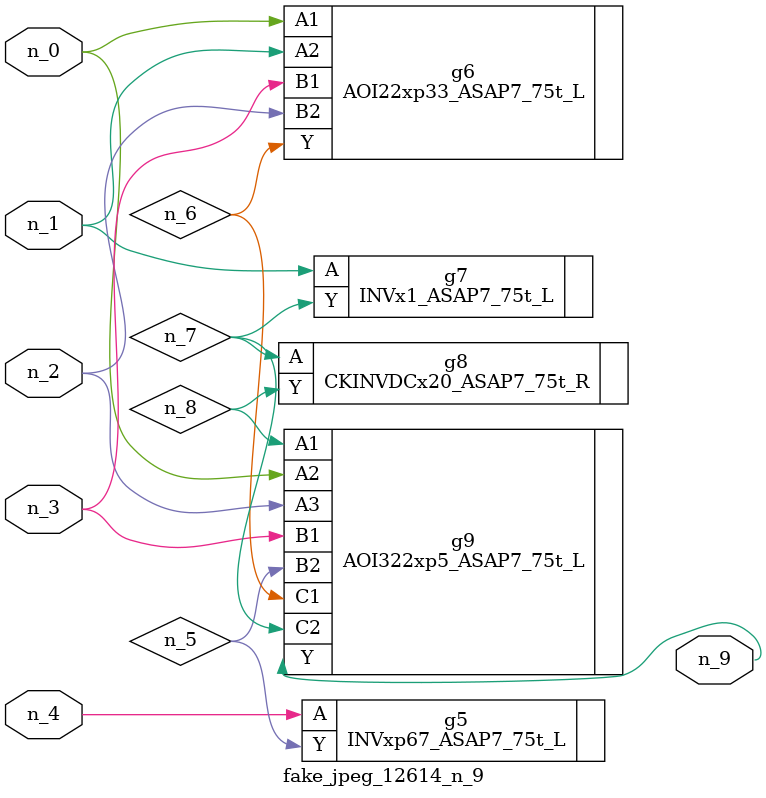
<source format=v>
module fake_jpeg_12614_n_9 (n_3, n_2, n_1, n_0, n_4, n_9);

input n_3;
input n_2;
input n_1;
input n_0;
input n_4;

output n_9;

wire n_8;
wire n_6;
wire n_5;
wire n_7;

INVxp67_ASAP7_75t_L g5 ( 
.A(n_4),
.Y(n_5)
);

AOI22xp33_ASAP7_75t_L g6 ( 
.A1(n_0),
.A2(n_1),
.B1(n_3),
.B2(n_2),
.Y(n_6)
);

INVx1_ASAP7_75t_L g7 ( 
.A(n_1),
.Y(n_7)
);

CKINVDCx20_ASAP7_75t_R g8 ( 
.A(n_7),
.Y(n_8)
);

AOI322xp5_ASAP7_75t_L g9 ( 
.A1(n_8),
.A2(n_0),
.A3(n_2),
.B1(n_3),
.B2(n_5),
.C1(n_6),
.C2(n_7),
.Y(n_9)
);


endmodule
</source>
